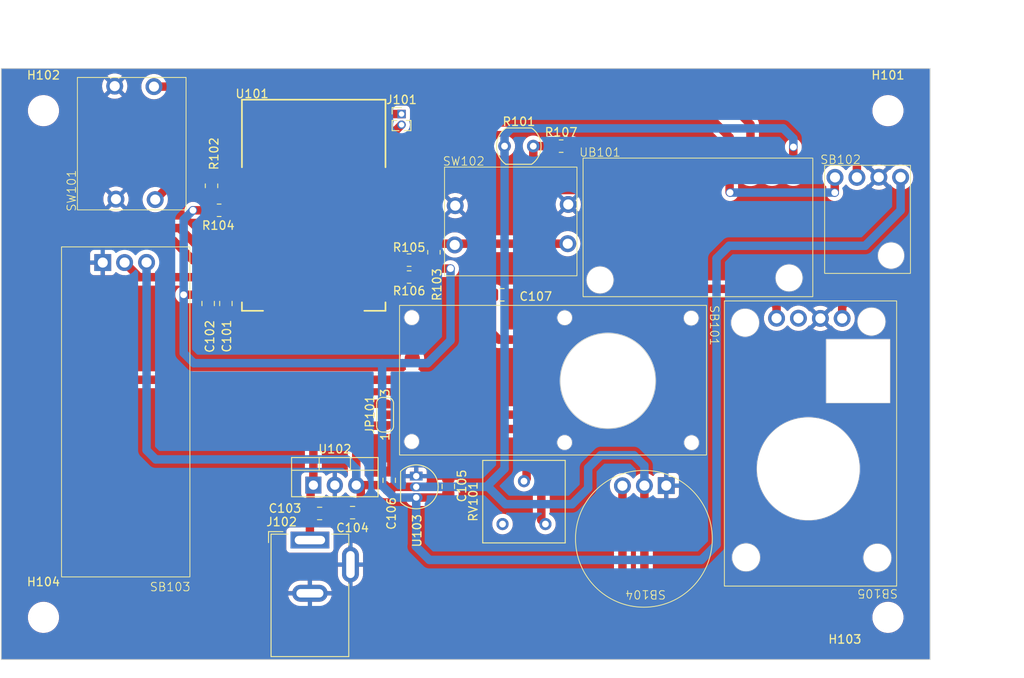
<source format=kicad_pcb>
(kicad_pcb (version 20221018) (generator pcbnew)
  (layers (0 "F.Cu" signal) (31 "B.Cu" signal) (34 "B.Paste" user) (35 "F.Paste" user) (36 "B.SilkS" user "B.Silkscreen") (37 "F.SilkS" user "F.Silkscreen") (38 "B.Mask" user) (39 "F.Mask" user) (44 "Edge.Cuts" user))
  (net 0 "")
  (net 1 "+3V3")
  (net 2 "GND")
  (net 3 "VCC")
  (net 4 "+5V")
  (net 5 "Net-(SB101-C-TM)")
  (net 6 "Net-(SB101-C-TM_GND)")
  (net 7 "Net-(J101-Pin_1)")
  (net 8 "Net-(J101-Pin_2)")
  (net 9 "Net-(UB101-A1)")
  (net 10 "Net-(SW101-A)")
  (net 11 "Net-(SW102-A)")
  (net 12 "Net-(U101-EN)")
  (net 13 "Net-(U101-GPIO2)")
  (net 14 "Net-(U101-GPIO15)")
  (net 15 "Net-(SB101-R-GN)")
  (net 16 "Net-(SB101-R-GN2)")
  (net 19 "Data_RCWL-0516")
  (net 25 "SCL")
  (net 26 "SDA")
  (net 27 "Data_DHT22")
  (net 28 "Data_SR602")
  (net 30 "Net-(SB105-A0)")
  (net 42 "Net-(JP101-C)")
  (footprint "MountingHole:MountingHole_3.2mm_M3" (layer "F.Cu") (at 108.5 69.2)
    (fp_text reference "H102" (at 0 -4.2) (layer "F.SilkS"))
    (fp_text value "MountingHole")
    (pad "" np_thru_hole circle (at 0 0) (size 3.2 3.2) (drill 3.2) (layers "*.Cu" "*.Mask"))
  )
  (footprint "Resistor_SMD:R_0805_2012Metric_Pad1.20x1.40mm_HandSolder" (layer "F.Cu") (at 129.3 81)
    (fp_text reference "R104" (at -0.1 1.8) (layer "F.SilkS"))
    (fp_text value "10k")
    (fp_line (start -0.227064 -0.735) (end 0.227064 -0.735) (stroke (width 0.12)) (layer "F.SilkS"))
    (fp_line (start -0.227064 0.735) (end 0.227064 0.735) (stroke (width 0.12)) (layer "F.SilkS"))
    (pad "1" smd roundrect (at -1 0) (size 1.2 1.4) (layers "F.Cu" "F.Paste" "F.Mask") (roundrect_rratio 0.2083333333) (net 1 "+3V3"))
    (pad "2" smd roundrect (at 1 0) (size 1.2 1.4) (layers "F.Cu" "F.Paste" "F.Mask") (roundrect_rratio 0.2083333333) (net 12 "Net-(U101-EN)"))
  )
  (footprint "Resistor_SMD:R_0805_2012Metric_Pad1.20x1.40mm_HandSolder" (layer "F.Cu") (at 151.8 88.9 180)
    (fp_text reference "R106" (at 0 -1.65) (layer "F.SilkS"))
    (fp_text value "10k")
    (fp_line (start -0.227064 -0.735) (end 0.227064 -0.735) (stroke (width 0.12)) (layer "F.SilkS"))
    (fp_line (start -0.227064 0.735) (end 0.227064 0.735) (stroke (width 0.12)) (layer "F.SilkS"))
    (pad "1" smd roundrect (at -1 0 180) (size 1.2 1.4) (layers "F.Cu" "F.Paste" "F.Mask") (roundrect_rratio 0.2083333333) (net 2 "GND"))
    (pad "2" smd roundrect (at 1 0 180) (size 1.2 1.4) (layers "F.Cu" "F.Paste" "F.Mask") (roundrect_rratio 0.2083333333) (net 14 "Net-(U101-GPIO15)"))
  )
  (footprint "switch-tht:Button" (layer "F.Cu") (at 126.685 81.535 90)
    (fp_text reference "SW101" (at 2.86 -14.86 90 unlocked) (layer "F.SilkS") (effects (font (thickness 0.1))))
    (fp_text value "Reset")
    (fp_rect (start 0.59 -14.17) (end 16.27 -1.3) (stroke (width 0.1)) (fill none) (layer "F.SilkS"))
    (pad "1" thru_hole circle (at 1.856625 -9.604495 90) (size 2 2) (drill 1.2) (layers "*.Cu" "*.Mask") (net 2 "GND"))
    (pad "2" thru_hole circle (at 15.24 -9.75 90) (size 2 2) (drill 1.2) (layers "*.Cu" "*.Mask") (net 2 "GND"))
    (pad "3" thru_hole circle (at 1.798184 -4.954476 90) (size 2 2) (drill 1.2) (layers "*.Cu" "*.Mask") (net 10 "Net-(SW101-A)"))
    (pad "4" thru_hole circle (at 15.181559 -5.099981 90) (size 2 2) (drill 1.2) (layers "*.Cu" "*.Mask") (net 10 "Net-(SW101-A)"))
  )
  (footprint "Capacitor_SMD:C_0805_2012Metric_Pad1.18x1.45mm_HandSolder" (layer "F.Cu") (at 145.1 116.8 180)
    (fp_text reference "C104" (at 0 -1.8) (layer "F.SilkS"))
    (fp_text value "10uF")
    (fp_line (start -0.261252 -0.735) (end 0.261252 -0.735) (stroke (width 0.12)) (layer "F.SilkS"))
    (fp_line (start -0.261252 0.735) (end 0.261252 0.735) (stroke (width 0.12)) (layer "F.SilkS"))
    (pad "1" smd roundrect (at -1.0375 0 180) (size 1.175 1.45) (layers "F.Cu" "F.Paste" "F.Mask") (roundrect_rratio 0.2127659574) (net 4 "+5V"))
    (pad "2" smd roundrect (at 1.0375 0 180) (size 1.175 1.45) (layers "F.Cu" "F.Paste" "F.Mask") (roundrect_rratio 0.2127659574) (net 2 "GND"))
  )
  (footprint "MountingHole:MountingHole_3.2mm_M3" (layer "F.Cu") (at 208.5 129.2)
    (fp_text reference "H103" (at -5.1 2.6) (layer "F.SilkS"))
    (fp_text value "MountingHole")
    (pad "" np_thru_hole circle (at 0 0) (size 3.2 3.2) (drill 3.2) (layers "*.Cu" "*.Mask"))
  )
  (footprint "sensoren-tht:DHT22-horizontal" (layer "F.Cu") (at 119.876816 106.259476)
    (fp_text reference "SB103" (at 3.623184 19.340524 unlocked) (layer "F.SilkS") (effects (font (thickness 0.1))))
    (fp_text value "DHT22_Board")
    (fp_rect (start -9.24 18.15) (end 5.96 -20.93) (stroke (width 0.1)) (fill none) (layer "F.SilkS"))
    (pad "1" thru_hole circle (at 0.83 -19.09) (size 2 2) (drill 1.2) (layers "*.Cu" "*.Mask") (net 4 "+5V"))
    (pad "2" thru_hole circle (at -1.77 -19.07) (size 2 2) (drill 1.2) (layers "*.Cu" "*.Mask") (net 27 "Data_DHT22"))
    (pad "3" thru_hole rect (at -4.36 -19.07) (size 2 2) (drill 1.2) (layers "*.Cu" "*.Mask") (net 2 "GND"))
  )
  (footprint "switch-tht:Button" (layer "F.Cu") (at 155.401816 90.054476)
    (fp_text reference "SW102" (at 2.86 -14.86 unlocked) (layer "F.SilkS") (effects (font (thickness 0.1))))
    (fp_text value "Prog")
    (fp_rect (start 0.59 -14.17) (end 16.27 -1.3) (stroke (width 0.1)) (fill none) (layer "F.SilkS"))
    (pad "1" thru_hole circle (at 1.856625 -9.604495) (size 2 2) (drill 1.2) (layers "*.Cu" "*.Mask") (net 2 "GND"))
    (pad "2" thru_hole circle (at 15.24 -9.75) (size 2 2) (drill 1.2) (layers "*.Cu" "*.Mask") (net 2 "GND"))
    (pad "3" thru_hole circle (at 1.798184 -4.954476) (size 2 2) (drill 1.2) (layers "*.Cu" "*.Mask") (net 11 "Net-(SW102-A)"))
    (pad "4" thru_hole circle (at 15.181559 -5.099981) (size 2 2) (drill 1.2) (layers "*.Cu" "*.Mask") (net 11 "Net-(SW102-A)"))
  )
  (footprint "Capacitor_SMD:C_0805_2012Metric_Pad1.18x1.45mm_HandSolder" (layer "F.Cu") (at 128 92.0375 -90)
    (fp_text reference "C102" (at 3.9 -0.2 90) (layer "F.SilkS"))
    (fp_text value "100uF")
    (fp_line (start -0.261252 -0.735) (end 0.261252 -0.735) (stroke (width 0.12)) (layer "F.SilkS"))
    (fp_line (start -0.261252 0.735) (end 0.261252 0.735) (stroke (width 0.12)) (layer "F.SilkS"))
    (pad "1" smd roundrect (at -1.0375 0 270) (size 1.175 1.45) (layers "F.Cu" "F.Paste" "F.Mask") (roundrect_rratio 0.2127659574) (net 1 "+3V3"))
    (pad "2" smd roundrect (at 1.0375 0 270) (size 1.175 1.45) (layers "F.Cu" "F.Paste" "F.Mask") (roundrect_rratio 0.2127659574) (net 2 "GND"))
  )
  (footprint "Package_TO_SOT_THT:TO-92_Inline" (layer "F.Cu") (at 152.64 112.475 -90)
    (fp_text reference "U103" (at 6.4625 -0.1 90) (layer "F.SilkS"))
    (fp_text value "L79L05_TO92")
    (fp_line (start -0.53 1.85) (end 3.07 1.85) (stroke (width 0.12)) (layer "F.SilkS"))
    (fp_arc (start -0.568478 1.838478) (mid -1.132087 -0.994977) (end 1.27 -2.6) (stroke (width 0.12)) (layer "F.SilkS"))
    (fp_arc (start 1.27 -2.6) (mid 3.672087 -0.994977) (end 3.108478 1.838478) (stroke (width 0.12)) (layer "F.SilkS"))
    (pad "1" thru_hole rect (at 0 0 270) (size 1.05 1.5) (drill 0.75) (layers "*.Cu" "*.Mask") (net 2 "GND"))
    (pad "2" thru_hole oval (at 1.27 0 270) (size 1.05 1.5) (drill 0.75) (layers "*.Cu" "*.Mask") (net 4 "+5V"))
    (pad "3" thru_hole oval (at 2.54 0 270) (size 1.05 1.5) (drill 0.75) (layers "*.Cu" "*.Mask") (net 1 "+3V3"))
  )
  (footprint "MountingHole:MountingHole_3.2mm_M3" (layer "F.Cu") (at 208.5 69.2)
    (fp_text reference "H101" (at 0 -4.2) (layer "F.SilkS"))
    (fp_text value "MountingHole")
    (pad "" np_thru_hole circle (at 0 0) (size 3.2 3.2) (drill 3.2) (layers "*.Cu" "*.Mask"))
  )
  (footprint "sensoren-tht:MQ-2" (layer "F.Cu") (at 210.15 90.91 180)
    (fp_text reference "SB105" (at 2.88 -35.47 180 unlocked) (layer "F.SilkS") (effects (font (thickness 0.1))))
    (fp_text value "~")
    (fp_rect (start 21.02 -34.59) (end 0.62 -0.82) (stroke (width 0.1)) (fill none) (layer "F.SilkS"))
    (fp_rect (start 8.97 -12.91) (end 1.4 -5.35) (stroke (width 0.05)) (fill none) (layer "Edge.Cuts"))
    (fp_circle (center 2.9 -31.23) (end 1.54 -32.18) (stroke (width 0.05)) (fill none) (layer "Edge.Cuts"))
    (fp_circle (center 3.6 -3.27) (end 2.24 -4.22) (stroke (width 0.05)) (fill none) (layer "Edge.Cuts"))
    (fp_circle (center 11.08 -20.7) (end 5.74 -23.64) (stroke (width 0.05)) (fill none) (layer "Edge.Cuts"))
    (fp_circle (center 18.45 -31.19) (end 17.09 -32.14) (stroke (width 0.05)) (fill none) (layer "Edge.Cuts"))
    (fp_circle (center 18.56 -3.4) (end 17.2 -4.35) (stroke (width 0.05)) (fill none) (layer "Edge.Cuts"))
    (pad "1" thru_hole circle (at 7.07 -2.89 180) (size 2 2) (drill 1.2) (layers "*.Cu" "*.Mask") (net 4 "+5V"))
    (pad "2" thru_hole circle (at 9.65 -2.89 180) (size 2 2) (drill 1.2) (layers "*.Cu" "*.Mask") (net 2 "GND"))
    (pad "3" thru_hole circle (at 12.25 -2.87 180) (size 2 2) (drill 1.2) (layers "*.Cu" "*.Mask"))
    (pad "4" thru_hole circle (at 14.84 -2.87 180) (size 2 2) (drill 1.2) (layers "*.Cu" "*.Mask") (net 30 "Net-(SB105-A0)"))
  )
  (footprint "Connector_PinHeader_1.27mm:PinHeader_1x02_P1.27mm_Vertical" (layer "F.Cu") (at 150.9 69.6)
    (fp_text reference "J101" (at 0 -1.695) (layer "F.SilkS"))
    (fp_text value "Prog_Pin")
    (fp_line (start -1.11 -0.76) (end 0 -0.76) (stroke (width 0.12)) (layer "F.SilkS"))
    (fp_line (start -1.11 0) (end -1.11 -0.76) (stroke (width 0.12)) (layer "F.SilkS"))
    (fp_line (start -1.11 0.76) (end -1.11 1.965) (stroke (width 0.12)) (layer "F.SilkS"))
    (fp_line (start -1.11 0.76) (end -0.563471 0.76) (stroke (width 0.12)) (layer "F.SilkS"))
    (fp_line (start -1.11 1.965) (end -0.30753 1.965) (stroke (width 0.12)) (layer "F.SilkS"))
    (fp_line (start 0.30753 1.965) (end 1.11 1.965) (stroke (width 0.12)) (layer "F.SilkS"))
    (fp_line (start 0.563471 0.76) (end 1.11 0.76) (stroke (width 0.12)) (layer "F.SilkS"))
    (fp_line (start 1.11 0.76) (end 1.11 1.965) (stroke (width 0.12)) (layer "F.SilkS"))
    (pad "1" thru_hole rect (at 0 0) (size 1 1) (drill 0.65) (layers "*.Cu" "*.Mask") (net 7 "Net-(J101-Pin_1)"))
    (pad "2" thru_hole oval (at 0 1.27) (size 1 1) (drill 0.65) (layers "*.Cu" "*.Mask") (net 8 "Net-(J101-Pin_2)"))
  )
  (footprint "sensoren-tht:SR602_Board" (layer "F.Cu") (at 179.6 128 180)
    (fp_text reference "SB104" (at -0.2 1.5 180 unlocked) (layer "F.SilkS") (effects (font (thickness 0.1))))
    (fp_text value "~")
    (fp_circle (center 0 8.1) (end 8.1 8.1) (stroke (width 0.1)) (fill none) (layer "F.SilkS"))
    (pad "1" thru_hole circle (at 2.54 14.38 180) (size 2 2) (drill 1.2) (layers "*.Cu" "*.Mask") (net 28 "Data_SR602"))
    (pad "2" thru_hole circle (at -0.06 14.4 180) (size 2 2) (drill 1.2) (layers "*.Cu" "*.Mask") (net 4 "+5V"))
    (pad "3" thru_hole rect (at -2.65 14.4 180) (size 2 2) (drill 1.2) (layers "*.Cu" "*.Mask") (net 2 "GND"))
  )
  (footprint "Resistor_SMD:R_0805_2012Metric_Pad1.20x1.40mm_HandSolder" (layer "F.Cu") (at 154.736816 85.969476 -90)
    (fp_text reference "R103" (at 3.830524 -0.363184 90) (layer "F.SilkS"))
    (fp_text value "10k")
    (fp_line (start -0.227064 -0.735) (end 0.227064 -0.735) (stroke (width 0.12)) (layer "F.SilkS"))
    (fp_line (start -0.227064 0.735) (end 0.227064 0.735) (stroke (width 0.12)) (layer "F.SilkS"))
    (pad "1" smd roundrect (at -1 0 270) (size 1.2 1.4) (layers "F.Cu" "F.Paste" "F.Mask") (roundrect_rratio 0.2083333333) (net 11 "Net-(SW102-A)"))
    (pad "2" smd roundrect (at 1 0 270) (size 1.2 1.4) (layers "F.Cu" "F.Paste" "F.Mask") (roundrect_rratio 0.2083333333) (net 1 "+3V3"))
  )
  (footprint "Resistor_SMD:R_0805_2012Metric_Pad1.20x1.40mm_HandSolder" (layer "F.Cu") (at 151.8 86.9)
    (fp_text reference "R105" (at 0 -1.5) (layer "F.SilkS"))
    (fp_text value "10k")
    (fp_line (start -0.227064 -0.735) (end 0.227064 -0.735) (stroke (width 0.12)) (layer "F.SilkS"))
    (fp_line (start -0.227064 0.735) (end 0.227064 0.735) (stroke (width 0.12)) (layer "F.SilkS"))
    (pad "1" smd roundrect (at -1 0) (size 1.2 1.4) (layers "F.Cu" "F.Paste" "F.Mask") (roundrect_rratio 0.2083333333) (net 13 "Net-(U101-GPIO2)"))
    (pad "2" smd roundrect (at 1 0) (size 1.2 1.4) (layers "F.Cu" "F.Paste" "F.Mask") (roundrect_rratio 0.2083333333) (net 1 "+3V3"))
  )
  (footprint "sensoren-tht:BMP180" (layer "F.Cu") (at 205.4 82.6)
    (fp_text reference "SB102" (at -2.51 -7.6 unlocked) (layer "F.SilkS") (effects (font (thickness 0.1))))
    (fp_text value "~")
    (fp_rect (start -4.397241 -6.93) (end 5.762759 5.87) (stroke (width 0.1)) (fill none) (layer "F.SilkS"))
    (fp_circle (center 3.472759 3.76) (end 4.802759 2.95) (stroke (width 0.05)) (fill none) (layer "Edge.Cuts"))
    (pad "1" thru_hole circle (at 4.6 -5.52) (size 2 2) (drill 1.2) (layers "*.Cu" "*.Mask") (net 1 "+3V3"))
    (pad "2" thru_hole circle (at 2.02 -5.52) (size 2 2) (drill 1.2) (layers "*.Cu" "*.Mask") (net 2 "GND"))
    (pad "3" thru_hole circle (at -0.58 -5.5) (size 2 2) (drill 1.2) (layers "*.Cu" "*.Mask") (net 25 "SCL"))
    (pad "4" thru_hole circle (at -3.17 -5.5) (size 2 2) (drill 1.2) (layers "*.Cu" "*.Mask") (net 26 "SDA"))
  )
  (footprint "Capacitor_SMD:C_0805_2012Metric_Pad1.18x1.45mm_HandSolder" (layer "F.Cu") (at 162.790459 91.006515)
    (fp_text reference "C107" (at 4.009541 0.193485) (layer "F.SilkS"))
    (fp_text value "8nF")
    (fp_line (start -0.261252 -0.735) (end 0.261252 -0.735) (stroke (width 0.12)) (layer "F.SilkS"))
    (fp_line (start -0.261252 0.735) (end 0.261252 0.735) (stroke (width 0.12)) (layer "F.SilkS"))
    (pad "1" smd roundrect (at -1.0375 0) (size 1.175 1.45) (layers "F.Cu" "F.Paste" "F.Mask") (roundrect_rratio 0.2127659574) (net 5 "Net-(SB101-C-TM)"))
    (pad "2" smd roundrect (at 1.0375 0) (size 1.175 1.45) (layers "F.Cu" "F.Paste" "F.Mask") (roundrect_rratio 0.2127659574) (net 6 "Net-(SB101-C-TM_GND)"))
  )
  (footprint "Potentiometer_THT:Potentiometer_Bourns_3386F_Vertical" (layer "F.Cu") (at 167.94 118.155 90)
    (fp_text reference "RV101" (at 2.655 -8.555 90) (layer "F.SilkS"))
    (fp_text value "1MR")
    (fp_line (start -2.23 -7.425) (end -2.23 2.345) (stroke (width 0.12)) (layer "F.SilkS"))
    (fp_line (start -2.23 -7.425) (end 7.54 -7.425) (stroke (width 0.12)) (layer "F.SilkS"))
    (fp_line (start -2.23 2.345) (end 7.54 2.345) (stroke (width 0.12)) (layer "F.SilkS"))
    (fp_line (start 7.54 -7.425) (end 7.54 2.345) (stroke (width 0.12)) (layer "F.SilkS"))
    (pad "1" thru_hole circle (at 0 0 90) (size 1.44 1.44) (drill 0.8) (layers "*.Cu" "*.Mask") (net 15 "Net-(SB101-R-GN)"))
    (pad "2" thru_hole circle (at 5.08 -2.54 90) (size 1.44 1.44) (drill 0.8) (layers "*.Cu" "*.Mask") (net 16 "Net-(SB101-R-GN2)"))
    (pad "3" thru_hole circle (at 0 -5.08 90) (size 1.44 1.44) (drill 0.8) (layers "*.Cu" "*.Mask"))
  )
  (footprint "Capacitor_SMD:C_0805_2012Metric_Pad1.18x1.45mm_HandSolder" (layer "F.Cu") (at 141.2 116.9)
    (fp_text reference "C103" (at -4.1 -0.6) (layer "F.SilkS"))
    (fp_text value "10uF")
    (fp_line (start -0.261252 -0.735) (end 0.261252 -0.735) (stroke (width 0.12)) (layer "F.SilkS"))
    (fp_line (start -0.261252 0.735) (end 0.261252 0.735) (stroke (width 0.12)) (layer "F.SilkS"))
    (pad "1" smd roundrect (at -1.0375 0) (size 1.175 1.45) (layers "F.Cu" "F.Paste" "F.Mask") (roundrect_rratio 0.2127659574) (net 3 "VCC"))
    (pad "2" smd roundrect (at 1.0375 0) (size 1.175 1.45) (layers "F.Cu" "F.Paste" "F.Mask") (roundrect_rratio 0.2127659574) (net 2 "GND"))
  )
  (footprint "Package_TO_SOT_THT:TO-220-3_Vertical" (layer "F.Cu") (at 140.46 113.545)
    (fp_text reference "U102" (at 2.54 -4.27) (layer "F.SilkS"))
    (fp_text value "LM7805_TO220")
    (fp_line (start -2.58 -3.27) (end -2.58 1.371) (stroke (width 0.12)) (layer "F.SilkS"))
    (fp_line (start -2.58 -3.27) (end 7.66 -3.27) (stroke (width 0.12)) (layer "F.SilkS"))
    (fp_line (start -2.58 -1.76) (end 7.66 -1.76) (stroke (width 0.12)) (layer "F.SilkS"))
    (fp_line (start -2.58 1.371) (end 7.66 1.371) (stroke (width 0.12)) (layer "F.SilkS"))
    (fp_line (start 0.69 -3.27) (end 0.69 -1.76) (stroke (width 0.12)) (layer "F.SilkS"))
    (fp_line (start 4.391 -3.27) (end 4.391 -1.76) (stroke (width 0.12)) (layer "F.SilkS"))
    (fp_line (start 7.66 -3.27) (end 7.66 1.371) (stroke (width 0.12)) (layer "F.SilkS"))
    (pad "1" thru_hole rect (at 0 0) (size 1.905 2) (drill 1.1) (layers "*.Cu" "*.Mask") (net 3 "VCC"))
    (pad "2" thru_hole oval (at 2.54 0) (size 1.905 2) (drill 1.1) (layers "*.Cu" "*.Mask") (net 2 "GND"))
    (pad "3" thru_hole oval (at 5.08 0) (size 1.905 2) (drill 1.1) (layers "*.Cu" "*.Mask") (net 4 "+5V"))
  )
  (footprint "sensoren-tht:ADC1115_Board" (layer "F.Cu") (at 185.8 84.7)
    (fp_text reference "UB101" (at -11.4 -10.56 unlocked) (layer "F.SilkS") (effects (font (thickness 0.1))))
    (fp_text value "~")
    (fp_rect (start -13.4 -9.88) (end 13.8 6.53) (stroke (width 0.1)) (fill none) (layer "F.SilkS"))
    (fp_circle (center -11.39122 4.55) (end -9.83122 4.2) (stroke (width 0.05)) (fill none) (layer "Edge.Cuts"))
    (fp_circle (center 10.99 4.31) (end 12.55 3.96) (stroke (width 0.05)) (fill none) (layer "Edge.Cuts"))
    (pad "1" smd circle (at 11.49 -8.09) (size 2 2) (layers "F.Cu" "F.Paste" "F.Mask") (net 4 "+5V"))
    (pad "2" smd circle (at 8.96 -8.09) (size 2 2) (layers "F.Cu" "F.Paste" "F.Mask") (net 2 "GND"))
    (pad "3" smd circle (at 6.42 -8.07) (size 2 2) (layers "F.Cu" "F.Paste" "F.Mask") (net 25 "SCL"))
    (pad "4" smd circle (at 3.95 -8.08) (size 2 2) (layers "F.Cu" "F.Paste" "F.Mask") (net 26 "SDA"))
    (pad "5" smd circle (at 1.39 -8.09) (size 2 2) (layers "F.Cu" "F.Paste" "F.Mask") (net 2 "GND"))
    (pad "6" smd circle (at -1.19 -8.05) (size 2 2) (layers "F.Cu" "F.Paste" "F.Mask"))
    (pad "7" smd circle (at -3.72 -8.04) (size 2 2) (layers "F.Cu" "F.Paste" "F.Mask") (net 30 "Net-(SB105-A0)"))
    (pad "8" smd circle (at -6.3 -8.04) (size 2 2) (layers "F.Cu" "F.Paste" "F.Mask") (net 9 "Net-(UB101-A1)"))
    (pad "9" smd circle (at -8.9 -8.02) (size 2 2) (layers "F.Cu" "F.Paste" "F.Mask"))
    (pad "10" smd circle (at -11.49 -8.02) (size 2 2) (layers "F.Cu" "F.Paste" "F.Mask"))
  )
  (footprint "OptoDevice:R_LDR_5.1x4.3mm_P3.4mm_Vertical" (layer "F.Cu") (at 163.1 73.4)
    (fp_text reference "R101" (at 1.7 -2.9) (layer "F.SilkS"))
    (fp_text value "LDR07")
    (fp_line (start 0.15 -2.15) (end 3.2 -2.15) (stroke (width 0.12)) (layer "F.SilkS"))
    (fp_line (start 0.15 2.15) (end 3.2 2.15) (stroke (width 0.12)) (layer "F.SilkS"))
    (fp_arc (start 0.15 2.15) (mid -0.950438 -0.013368) (end 0.171766 -2.165525) (stroke (width 0.12)) (layer "F.SilkS"))
    (fp_arc (start 3.2 -2.15) (mid 4.321403 -0.027338) (end 3.244513 2.118249) (stroke (width 0.12)) (layer "F.SilkS"))
    (pad "1" thru_hole circle (at 0 0) (size 1.5 1.5) (drill 0.8) (layers "*.Cu" "*.Mask") (net 4 "+5V"))
    (pad "2" thru_hole circle (at 3.4 0) (size 1.5 1.5) (drill 0.8) (layers "*.Cu" "*.Mask") (net 9 "Net-(UB101-A1)"))
  )
  (footprint "thu-esp-smd:ESP-12F" (layer "F.Cu") (at 140.5 80.4)
    (fp_text reference "U101" (at -7.3 -13.2) (layer "F.SilkS"))
    (fp_text value "ESP-12F")
    (fp_line (start -8.5 -12.5) (end -8.5 -4.5) (stroke (width 0.2)) (layer "F.SilkS"))
    (fp_line (start -8.5 -12.5) (end 8.5 -12.5) (stroke (width 0.2)) (layer "F.SilkS"))
    (fp_line (start -8.5 11.5) (end -8.5 12.5) (stroke (width 0.2)) (layer "F.SilkS"))
    (fp_line (start -8.5 12.5) (end -6 12.5) (stroke (width 0.2)) (layer "F.SilkS"))
    (fp_line (start 8.5 -12.5) (end 8.5 -4.5) (stroke (width 0.2)) (layer "F.SilkS"))
    (fp_line (start 8.5 12.5) (end 6 12.5) (stroke (width 0.2)) (layer "F.SilkS"))
    (fp_line (start 8.5 12.5) (end 8.5 11.5) (stroke (width 0.2)) (layer "F.SilkS"))
    (pad "1" smd rect (at -8 -3.48) (size 2 1.2) (layers "F.Cu" "F.Paste" "F.Mask") (net 10 "Net-(SW101-A)"))
    (pad "2" smd rect (at -8 -1.48) (size 2 1.2) (layers "F.Cu" "F.Paste" "F.Mask"))
    (pad "3" smd rect (at -8 0.52) (size 2 1.2) (layers "F.Cu" "F.Paste" "F.Mask") (net 12 "Net-(U101-EN)"))
    (pad "4" smd rect (at -8 2.52) (size 2 1.2) (layers "F.Cu" "F.Paste" "F.Mask"))
    (pad "5" smd rect (at -8 4.52) (size 2 1.2) (layers "F.Cu" "F.Paste" "F.Mask") (net 28 "Data_SR602"))
    (pad "6" smd rect (at -8 6.52) (size 2 1.2) (layers "F.Cu" "F.Paste" "F.Mask") (net 19 "Data_RCWL-0516"))
    (pad "7" smd rect (at -8 8.52) (size 2 1.2) (layers "F.Cu" "F.Paste" "F.Mask") (net 27 "Data_DHT22"))
    (pad "8" smd rect (at -8 10.52) (size 2 1.2) (layers "F.Cu" "F.Paste" "F.Mask") (net 1 "+3V3"))
    (pad "9" smd rect (at -5 12 90) (size 2 1.2) (layers "F.Cu" "F.Paste" "F.Mask"))
    (pad "10" smd rect (at -3 12 90) (size 2 1.2) (layers "F.Cu" "F.Paste" "F.Mask"))
    (pad "11" smd rect (at -1 12 90) (size 2 1.2) (layers "F.Cu" "F.Paste" "F.Mask"))
    (pad "12" smd rect (at 1 12 90) (size 2 1.2) (layers "F.Cu" "F.Paste" "F.Mask"))
    (pad "13" smd rect (at 3 12 90) (size 2 1.2) (layers "F.Cu" "F.Paste" "F.Mask"))
    (pad "14" smd rect (at 5 12 90) (size 2 1.2) (layers "F.Cu" "F.Paste" "F.Mask"))
    (pad "15" smd rect (at 8 10.52) (size 2 1.2) (layers "F.Cu" "F.Paste" "F.Mask") (net 2 "GND"))
    (pad "16" smd rect (at 8 8.52) (size 2 1.2) (layers "F.Cu" "F.Paste" "F.Mask") (net 14 "Net-(U101-GPIO15)"))
    (pad "17" smd rect (at 8 6.52) (size 2 1.2) (layers "F.Cu" "F.Paste" "F.Mask") (net 13 "Net-(U101-GPIO2)"))
    (pad "18" smd rect (at 8 4.52) (size 2 1.2) (layers "F.Cu" "F.Paste" "F.Mask") (net 11 "Net-(SW102-A)"))
    (pad "19" smd rect (at 8 2.52) (size 2 1.2) (layers "F.Cu" "F.Paste" "F.Mask") (net 26 "SDA"))
    (pad "20" smd rect (at 8 0.52) (size 2 1.2) (layers "F.Cu" "F.Paste" "F.Mask") (net 25 "SCL"))
    (pad "21" smd rect (at 8 -1.48) (size 2 1.2) (layers "F.Cu" "F.Paste" "F.Mask") (net 7 "Net-(J101-Pin_1)"))
    (pad "22" smd rect (at 8 -3.48) (size 2 1.2) (layers "F.Cu" "F.Paste" "F.Mask") (net 8 "Net-(J101-Pin_2)"))
  )
  (footprint "Capacitor_SMD:C_0805_2012Metric_Pad1.18x1.45mm_HandSolder" (layer "F.Cu") (at 130.1 92.0375 -90)
    (fp_text reference "C101" (at 3.8625 -0.1 90) (layer "F.SilkS"))
    (fp_text value "10uF")
    (fp_line (start -0.261252 -0.735) (end 0.261252 -0.735) (stroke (width 0.12)) (layer "F.SilkS"))
    (fp_line (start -0.261252 0.735) (end 0.261252 0.735) (stroke (width 0.12)) (layer "F.SilkS"))
    (pad "1" smd roundrect (at -1.0375 0 270) (size 1.175 1.45) (layers "F.Cu" "F.Paste" "F.Mask") (roundrect_rratio 0.2127659574) (net 1 "+3V3"))
    (pad "2" smd roundrect (at 1.0375 0 270) (size 1.175 1.45) (layers "F.Cu" "F.Paste" "F.Mask") (roundrect_rratio 0.2127659574) (net 2 "GND"))
  )
  (footprint "MountingHole:MountingHole_3.2mm_M3" (layer "F.Cu") (at 108.5 129.2)
    (fp_text reference "H104" (at 0 -4.2) (layer "F.SilkS"))
    (fp_text value "MountingHole")
    (pad "" np_thru_hole circle (at 0 0) (size 3.2 3.2) (drill 3.2) (layers "*.Cu" "*.Mask"))
  )
  (footprint "Connector_BarrelJack:BarrelJack_GCT_DCJ200-10-A_Horizontal" (layer "F.Cu") (at 140.05 120.05)
    (fp_text reference "J102" (at -3.35 -2.15) (layer "F.SilkS"))
    (fp_text value "Barrel_Jack_MountingPin")
    (fp_line (start -4.9 -1) (end -4.9 0.3) (stroke (width 0.12)) (layer "F.SilkS"))
    (fp_line (start -4.6 -0.7) (end -2.6 -0.7) (stroke (width 0.12)) (layer "F.SilkS"))
    (fp_line (start -4.6 13.8) (end -4.6 -0.7) (stroke (width 0.12)) (layer "F.SilkS"))
    (fp_line (start -3.2 -1) (end -4.9 -1) (stroke (width 0.12)) (layer "F.SilkS"))
    (fp_line (start 2.6 -0.7) (end 4.6 -0.7) (stroke (width 0.12)) (layer "F.SilkS"))
    (fp_line (start 4.6 -0.7) (end 4.6 0.6) (stroke (width 0.12)) (layer "F.SilkS"))
    (fp_line (start 4.6 5.2) (end 4.6 13.8) (stroke (width 0.12)) (layer "F.SilkS"))
    (fp_line (start 4.6 13.8) (end -4.6 13.8) (stroke (width 0.12)) (layer "F.SilkS"))
    (pad "1" thru_hole rect (at 0 0) (size 4.6 2) (drill oval 3.6 1) (layers "*.Cu" "*.Mask") (net 3 "VCC"))
    (pad "2" thru_hole oval (at 0 6.3) (size 4.2 2) (drill oval 3.2 1) (layers "*.Cu" "*.Mask") (net 2 "GND"))
    (pad "3" thru_hole oval (at 4.8 2.9) (size 2 4.2) (drill oval 1 3.2) (layers "*.Cu" "*.Mask") (net 2 "GND"))
  )
  (footprint "sensoren-tht:RCWL-0516" (layer "F.Cu") (at 150.619033 92.261685 -90)
    (fp_text reference "SB101" (at 2.37 -37.32 -90 unlocked) (layer "F.SilkS") (effects (font (thickness 0.1))))
    (fp_text value "~")
    (fp_rect (start 17.71483 -36.393926) (end -0.00517 -0.043926) (stroke (width 0.1)) (fill none) (layer "F.SilkS"))
    (fp_circle (center 1.44483 -1.493926) (end 0.58483 -1.333926) (stroke (width 0.05)) (fill none) (layer "Edge.Cuts"))
    (fp_circle (center 1.46483 -19.603926) (end 0.60483 -19.443926) (stroke (width 0.05)) (fill none) (layer "Edge.Cuts"))
    (fp_circle (center 1.50483 -34.583926) (end 0.64483 -34.423926) (stroke (width 0.05)) (fill none) (layer "Edge.Cuts"))
    (fp_circle (center 8.93 -24.71915) (end 14.57915 -24.71915) (stroke (width 0.1)) (fill none) (layer "Edge.Cuts"))
    (fp_circle (center 16.12483 -1.483926) (end 15.26483 -1.323926) (stroke (width 0.05)) (fill none) (layer "Edge.Cuts"))
    (fp_circle (center 16.23483 -19.593926) (end 15.37483 -19.433926) (stroke (width 0.05)) (fill none) (layer "Edge.Cuts"))
    (fp_circle (center 16.25483 -34.623926) (end 15.39483 -34.463926) (stroke (width 0.05)) (fill none) (layer "Edge.Cuts"))
    (pad "1" smd circle (at 13.92483 -1.523926 270) (size 1.8 1.8) (layers "F.Cu" "F.Paste" "F.Mask"))
    (pad "2" smd circle (at 11.34483 -1.533926 270) (size 1.8 1.8) (layers "F.Cu" "F.Paste" "F.Mask") (net 42 "Net-(JP101-C)"))
    (pad "3" smd circle (at 8.80483 -1.533926 270) (size 1.8 1.8) (layers "F.Cu" "F.Paste" "F.Mask") (net 19 "Data_RCWL-0516"))
    (pad "4" smd circle (at 6.26483 -1.553926 270) (size 1.8 1.8) (layers "F.Cu" "F.Paste" "F.Mask") (net 2 "GND"))
    (pad "5" smd circle (at 3.71483 -1.553926 270) (size 1.8 1.8) (layers "F.Cu" "F.Paste" "F.Mask"))
    (pad "6" smd circle (at 12.23483 -33.683926 270) (size 1.524 1.524) (layers "F.Cu" "F.Paste" "F.Mask"))
    (pad "7" smd circle (at 14.75483 -31.153926 270) (size 1.524 1.524) (layers "F.Cu" "F.Paste" "F.Mask"))
    (pad "8" smd rect (at 4.05 -13.26 270) (size 1 1) (layers "F.Cu" "F.Paste" "F.Mask") (net 5 "Net-(SB101-C-TM)"))
    (pad "9" smd rect (at 2.34608 -13.263271 270) (size 1 1) (layers "F.Cu" "F.Paste" "F.Mask") (net 6 "Net-(SB101-C-TM_GND)"))
    (pad "10" smd rect (at 14.640699 -13.218809 270) (size 1 1) (layers "F.Cu" "F.Paste" "F.Mask"))
    (pad "11" smd rect (at 12.938315 -13.180967 270) (size 1 1) (layers "F.Cu" "F.Paste" "F.Mask"))
    (pad "12" smd rect (at 7.166465 -16.83255 270) (size 1 1) (layers "F.Cu" "F.Paste" "F.Mask") (net 15 "Net-(SB101-R-GN)"))
    (pad "13" smd rect (at 7.152241 -15.090158 270) (size 1 1) (layers "F.Cu" "F.Paste" "F.Mask") (net 16 "Net-(SB101-R-GN2)"))
  )
  (footprint "Jumper:SolderJumper-3_P1.3mm_Open_RoundedPad1.0x1.5mm_NumberLabels" (layer "F.Cu") (at 148.952959 105.206515 90)
    (fp_text reference "JP101" (at 0 -1.8 90) (layer "F.SilkS"))
    (fp_text value "Power 5/12V")
    (fp_text user "1" (at -2.6 0 90) (layer "F.SilkS"))
    (fp_text user "3" (at 2.6 0 90) (layer "F.SilkS"))
    (fp_line (start -2.05 0.3) (end -2.05 -0.3) (stroke (width 0.12)) (layer "F.SilkS"))
    (fp_line (start -1.4 -1) (end 1.4 -1) (stroke (width 0.12)) (layer "F.SilkS"))
    (fp_line (start 1.4 1) (end -1.4 1) (stroke (width 0.12)) (layer "F.SilkS"))
    (fp_line (start 2.05 -0.3) (end 2.05 0.3) (stroke (width 0.12)) (layer "F.SilkS"))
    (fp_arc (start -2.05 -0.3) (mid -1.844975 -0.794975) (end -1.35 -1) (stroke (width 0.12)) (layer "F.SilkS"))
    (fp_arc (start -1.35 1) (mid -1.844975 0.794975) (end -2.05 0.3) (stroke (width 0.12)) (layer "F.SilkS"))
    (fp_arc (start 1.35 -1) (mid 1.844975 -0.794975) (end 2.05 -0.3) (stroke (width 0.12)) (layer "F.SilkS"))
    (fp_arc (start 2.05 0.3) (mid 1.844975 0.794975) (end 1.35 1) (stroke (width 0.12)) (layer "F.SilkS"))
    (pad "1" smd custom (at -1.3 0 90) (size 1 0.5) (layers "F.Cu" "F.Mask") (net 4 "+5V") (options (clearance outline) (anchor rect)) (primitives (gr_circle (center 0 0.25) (end 0.5 0.25) (width 0) (fill yes)) (gr_circle (center 0 -0.25) (end 0.5 -0.25) (width 0) (fill yes)) (gr_poly (pts (xy 0.55 0.75) (xy 0 0.75) (xy 0 -0.75) (xy 0.55 -0.75)) (width 0) (fill yes))))
    (pad "2" smd rect (at 0 0 90) (size 1 1.5) (layers "F.Cu" "F.Mask") (net 42 "Net-(JP101-C)"))
    (pad "3" smd custom (at 1.3 0 90) (size 1 0.5) (layers "F.Cu" "F.Mask") (net 3 "VCC") (options (clearance outline) (anchor rect)) (primitives (gr_circle (center 0 0.25) (end 0.5 0.25) (width 0) (fill yes)) (gr_circle (center 0 -0.25) (end 0.5 -0.25) (width 0) (fill yes)) (gr_poly (pts (xy 0 0.75) (xy -0.55 0.75) (xy -0.55 -0.75) (xy 0 -0.75)) (width 0) (fill yes))))
  )
  (footprint "Resistor_SMD:R_0805_2012Metric_Pad1.20x1.40mm_HandSolder" (layer "F.Cu") (at 169.8 73.4)
    (fp_text reference "R107" (at 0 -1.65) (layer "F.SilkS"))
    (fp_text value "10k")
    (fp_line (start -0.227064 -0.735) (end 0.227064 -0.735) (stroke (width 0.12)) (layer "F.SilkS"))
    (fp_line (start -0.227064 0.735) (end 0.227064 0.735) (stroke (width 0.12)) (layer "F.SilkS"))
    (pad "1" smd roundrect (at -1 0) (size 1.2 1.4) (layers "F.Cu" "F.Paste" "F.Mask") (roundrect_rratio 0.2083333333) (net 9 "Net-(UB101-A1)"))
    (pad "2" smd roundrect (at 1 0) (size 1.2 1.4) (layers "F.Cu" "F.Paste" "F.Mask") (roundrect_rratio 0.2083333333) (net 2 "GND"))
  )
  (footprint "Capacitor_SMD:C_0805_2012Metric_Pad1.18x1.45mm_HandSolder" (layer "F.Cu") (at 149.44 112.975 90)
    (fp_text reference "C106" (at -3.925 0.26 270) (layer "F.SilkS"))
    (fp_text value "10uF")
    (fp_line (start -0.261252 -0.735) (end 0.261252 -0.735) (stroke (width 0.12)) (layer "F.SilkS"))
    (fp_line (start -0.261252 0.735) (end 0.261252 0.735) (stroke (width 0.12)) (layer "F.SilkS"))
    (pad "1" smd roundrect (at -1.0375 0 90) (size 1.175 1.45) (layers "F.Cu" "F.Paste" "F.Mask") (roundrect_rratio 0.2127659574) (net 4 "+5V"))
    (pad "2" smd roundrect (at 1.0375 0 90) (size 1.175 1.45) (layers "F.Cu" "F.Paste" "F.Mask") (roundrect_rratio 0.2127659574) (net 2 "GND"))
  )
  (footprint "Resistor_SMD:R_0805_2012Metric_Pad1.20x1.40mm_HandSolder" (layer "F.Cu") (at 128.4 78.1 -90)
    (fp_text reference "R102" (at -3.8 -0.3 90) (layer "F.SilkS"))
    (fp_text value "10k")
    (fp_line (start -0.227064 -0.735) (end 0.227064 -0.735) (stroke (width 0.12)) (layer "F.SilkS"))
    (fp_line (start -0.227064 0.735) (end 0.227064 0.735) (stroke (width 0.12)) (layer "F.SilkS"))
    (pad "1" smd roundrect (at -1 0 270) (size 1.2 1.4) (layers "F.Cu" "F.Paste" "F.Mask") (roundrect_rratio 0.2083333333) (net 10 "Net-(SW101-A)"))
    (pad "2" smd roundrect (at 1 0 270) (size 1.2 1.4) (layers "F.Cu" "F.Paste" "F.Mask") (roundrect_rratio 0.2083333333) (net 1 "+3V3"))
  )
  (footprint "Capacitor_SMD:C_0805_2012Metric_Pad1.18x1.45mm_HandSolder" (layer "F.Cu") (at 156.44 113.7 90)
    (fp_text reference "C105" (at 0.0625 1.6 90) (layer "F.SilkS"))
    (fp_text value "10uF")
    (fp_line (start -0.261252 -0.735) (end 0.261252 -0.735) (stroke (width 0.12)) (layer "F.SilkS"))
    (fp_line (start -0.261252 0.735) (end 0.261252 0.735) (stroke (width 0.12)) (layer "F.SilkS"))
    (pad "1" smd roundrect (at -1.0375 0 90) (size 1.175 1.45) (layers "F.Cu" "F.Paste" "F.Mask") (roundrect_rratio 0.2127659574) (net 1 "+3V3"))
    (pad "2" smd roundrect (at 1.0375 0 90) (size 1.175 1.45) (layers "F.Cu" "F.Paste" "F.Mask") (roundrect_rratio 0.2127659574) (net 2 "GND"))
  )
  (gr_rect (start 103.5 64.2) (end 213.5 134.2) (stroke (width 0.1)) (fill none) (layer "Edge.Cuts"))
  (segment (start 155.66734 87.9) (end 154.736816 86.969476) (width 1) (layer "F.Cu") (net 1))
  (segment (start 132.5 90.92) (end 130.18 90.92) (width 1) (layer "F.Cu") (net 1))
  (segment (start 130.1 91) (end 128 91) (width 1) (layer "F.Cu") (net 1))
  (segment (start 156.7 87.9) (end 155.66734 87.9) (width 1) (layer "F.Cu") (net 1))
  (segment (start 156.44 114.7375) (end 156.1625 115.015) (width 1) (layer "F.Cu") (net 1))
  (segment (start 128.4 79.1) (end 128.4 80.9) (width 1) (layer "F.Cu") (net 1))
  (segment (start 128.4 80.9) (end 128.3 81) (width 1) (layer "F.Cu") (net 1))
  (segment (start 126.2 81) (end 128.3 81) (width 1) (layer "F.Cu") (net 1))
  (segment (start 130.18 90.92) (end 130.1 91) (width 1) (layer "F.Cu") (net 1))
  (segment (start 125.1 91) (end 128 91) (width 1) (layer "F.Cu") (net 1))
  (segment (start 152.869476 86.969476) (end 152.8 86.9) (width 1) (layer "F.Cu") (net 1))
  (segment (start 156.1625 115.015) (end 152.64 115.015) (width 1) (layer "F.Cu") (net 1))
  (segment (start 154.736816 86.969476) (end 152.869476 86.969476) (width 1) (layer "F.Cu") (net 1))
  (via (at 156.7 87.9) (size 1) (drill 0.8) (layers "F.Cu" "B.Cu") (net 1))
  (via (at 125.1 91) (size 1) (drill 0.8) (layers "F.Cu" "B.Cu") (net 1))
  (via (at 126.2 81) (size 1) (drill 0.8) (layers "F.Cu" "B.Cu") (net 1))
  (segment (start 210 81) (end 205.8 85.2) (width 1) (layer "B.Cu") (net 1))
  (segment (start 148.6 99.1) (end 154 99.1) (width 1) (layer "B.Cu") (net 1))
  (segment (start 152.6 120.8) (end 152.64 120.76) (width 1) (layer "B.Cu") (net 1))
  (segment (start 125.1 82.1) (end 126.2 81) (width 1) (layer "B.Cu") (net 1))
  (segment (start 188.2 86.7) (end 188.2 120.6) (width 1) (layer "B.Cu") (net 1))
  (segment (start 149.3 114.3) (end 148.6 113.6) (width 1) (layer "B.Cu") (net 1))
  (segment (start 126.3 99.1) (end 125.1 97.9) (width 1) (layer "B.Cu") (net 1))
  (segment (start 152.64 120.76) (end 152.64 115.015) (width 1) (layer "B.Cu") (net 1))
  (segment (start 148.6 99.1) (end 126.3 99.1) (width 1) (layer "B.Cu") (net 1))
  (segment (start 154.8 98.3) (end 156.7 96.4) (width 1) (layer "B.Cu") (net 1))
  (segment (start 210 77.08) (end 210 81) (width 1) (layer "B.Cu") (net 1))
  (segment (start 186.4 122.4) (end 154.2 122.4) (width 1) (layer "B.Cu") (net 1))
  (segment (start 125.1 97.9) (end 125.1 91) (width 1) (layer "B.Cu") (net 1))
  (segment (start 156.7 96.4) (end 156.7 87.9) (width 1) (layer "B.Cu") (net 1))
  (segment (start 150.015 115.015) (end 149.3 114.3) (width 1) (layer "B.Cu") (net 1))
  (segment (start 154.2 122.4) (end 152.6 120.8) (width 1) (layer "B.Cu") (net 1))
  (segment (start 154 99.1) (end 154.8 98.3) (width 1) (layer "B.Cu") (net 1))
  (segment (start 152.64 115.015) (end 150.015 115.015) (width 1) (layer "B.Cu") (net 1))
  (segment (start 205.8 85.2) (end 189.7 85.2) (width 1) (layer "B.Cu") (net 1))
  (segment (start 148.6 113.6) (end 148.6 99.1) (width 1) (layer "B.Cu") (net 1))
  (segment (start 125.1 91) (end 125.1 82.1) (width 1) (layer "B.Cu") (net 1))
  (segment (start 188.2 120.6) (end 186.4 122.4) (width 1) (layer "B.Cu") (net 1))
  (segment (start 189.7 85.2) (end 188.2 86.7) (width 1) (layer "B.Cu") (net 1))
  (segment (start 140.1275 116.145) (end 140.1275 113.8775) (width 1) (layer "F.Cu") (net 3))
  (segment (start 140.05 116.2225) (end 140.1275 116.145) (width 1) (layer "F.Cu") (net 3))
  (segment (start 141.993485 103.906515) (end 140.46 105.44) (width 1) (layer "F.Cu") (net 3))
  (segment (start 140.05 120.05) (end 140.05 116.2225) (width 1) (layer "F.Cu") (net 3))
  (segment (start 140.1275 113.8775) (end 140.46 113.545) (width 1) (layer "F.Cu") (net 3))
  (segment (start 148.952959 103.906515) (end 141.993485 103.906515) (width 1) (layer "F.Cu") (net 3))
  (segment (start 140.46 105.44) (end 140.46 113.545) (width 1) (layer "F.Cu") (net 3))
  (segment (start 209.4 90.8) (end 204.6 90.8) (width 1) (layer "F.Cu") (net 4))
  (segment (start 210.7 123) (end 210.7 92.1) (width 1) (layer "F.Cu") (net 4))
  (segment (start 210.7 92.1) (end 209.4 90.8) (width 1) (layer "F.Cu") (net 4))
  (segment (start 145.54 107.96) (end 145.54 113.545) (width 1) (layer "F.Cu") (net 4))
  (segment (start 148.952959 106.506515) (end 146.993485 106.506515) (width 1) (layer "F.Cu") (net 4))
  (segment (start 149.44 114.0125) (end 149.7075 113.745) (width 1) (layer "F.Cu") (net 4))
  (segment (start 146.993485 106.506515) (end 145.54 107.96) (width 1) (layer "F.Cu") (net 4))
  (segment (start 148.9725 113.545) (end 149.44 114.0125) (width 1) (layer "F.Cu") (net 4))
  (segment (start 203.08 92.32) (end 203.08 93.8) (width 1) (layer "F.Cu") (net 4))
  (segment (start 146.0775 114.0825) (end 145.54 113.545) (width 1) (layer "F.Cu") (net 4))
  (segment (start 179.66 113.6) (end 179.66 124.56) (width 1) (layer "F.Cu") (net 4))
  (segment (start 146.0775 116.145) (end 146.0775 114.0825) (width 1) (layer "F.Cu") (net 4))
  (segment (start 197.29 73.51) (end 197.3 73.5) (width 1) (layer "F.Cu") (net 4))
  (segment (start 145.54 113.545) (end 148.9725 113.545) (width 1) (layer "F.Cu") (net 4))
  (segment (start 204.6 90.8) (end 203.08 92.32) (width 1) (layer "F.Cu") (net 4))
  (segment (start 149.7075 113.745) (end 152.64 113.745) (width 1) (layer "F.Cu") (net 4))
  (segment (start 197.29 76.61) (end 197.29 73.51) (width 1) (layer "F.Cu") (net 4))
  (segment (start 181.4 126.3) (end 207.4 126.3) (width 1) (layer "F.Cu") (net 4))
  (segment (start 207.4 126.3) (end 210.7 123) (width 1) (layer "F.Cu") (net 4))
  (segment (start 179.66 124.56) (end 181.4 126.3) (width 1) (layer "F.Cu") (net 4))
  (via (at 197.3 73.5) (size 1) (drill 0.8) (layers "F.Cu" "B.Cu") (net 4))
  (segment (start 174.5 110) (end 178.4 110) (width 1) (layer "B.Cu") (net 4))
  (segment (start 178.4 110) (end 179.64 111.24) (width 1) (layer "B.Cu") (net 4))
  (segment (start 145.54 111.64) (end 145.54 113.545) (width 1) (layer "B.Cu") (net 4))
  (segment (start 161.145 113.745) (end 163.2 115.8) (width 1) (layer "B.Cu") (net 4))
  (segment (start 163.9 71.3) (end 163.1 72.1) (width 1) (layer "B.Cu") (net 4))
  (segment (start 197.3 72.5) (end 196.1 71.3) (width 1) (layer "B.Cu") (net 4))
  (segment (start 120.706816 87.169476) (end 120.706816 109.406816) (width 1) (layer "B.Cu") (net 4))
  (segment (start 179.66 111.24) (end 179.66 113.6) (width 1) (layer "B.Cu") (net 4))
  (segment (start 163.2 115.8) (end 171.1 115.8) (width 1) (layer "B.Cu") (net 4))
  (segment (start 163.1 72.1) (end 163.1 73.4) (width 1) (layer "B.Cu") (net 4))
  (segment (start 179.64 111.24) (end 179.66 111.24) (width 1) (layer "B.Cu") (net 4))
  (segment (start 196.1 71.3) (end 163.9 71.3) (width 1) (layer "B.Cu") (net 4))
  (segment (start 160.955 113.745) (end 152.64 113.745) (width 1) (layer "B.Cu") (net 4))
  (segment (start 120.706816 109.406816) (end 121.8 110.5) (width 1) (layer "B.Cu") (net 4))
  (segment (start 173 111.5) (end 174.5 110) (width 1) (layer "B.Cu") (net 4))
  (segment (start 163.1 73.4) (end 163.1 111.6) (width 1) (layer "B.Cu") (net 4))
  (segment (start 163.1 111.6) (end 160.955 113.745) (width 1) (layer "B.Cu") (net 4))
  (segment (start 152.64 113.745) (end 161.145 113.745) (width 1) (layer "B.Cu") (net 4))
  (segment (start 144.4 110.5) (end 145.54 111.64) (width 1) (layer "B.Cu") (net 4))
  (segment (start 173 113.9) (end 173 111.5) (width 1) (layer "B.Cu") (net 4))
  (segment (start 171.1 115.8) (end 173 113.9) (width 1) (layer "B.Cu") (net 4))
  (segment (start 197.3 73.5) (end 197.3 72.5) (width 1) (layer "B.Cu") (net 4))
  (segment (start 121.8 110.5) (end 144.4 110.5) (width 1) (layer "B.Cu") (net 4))
  (segment (start 161.6 91.159474) (end 161.752959 91.006515) (width 1) (layer "F.Cu") (net 5))
  (segment (start 161.6 95.5) (end 161.6 91.159474) (width 1) (layer "F.Cu") (net 5))
  (segment (start 163.879033 96.311685) (end 162.411685 96.311685) (width 1) (layer "F.Cu") (net 5))
  (segment (start 162.411685 96.311685) (end 161.6 95.5) (width 1) (layer "F.Cu") (net 5))
  (segment (start 163.827959 94.55342) (end 163.882304 94.607765) (width 1) (layer "F.Cu") (net 6))
  (segment (start 163.827959 91.006515) (end 163.827959 94.55342) (width 1) (layer "F.Cu") (net 6))
  (segment (start 146.1 70.8) (end 147.3 69.6) (width 1) (layer "F.Cu") (net 7))
  (segment (start 147.3 69.6) (end 150.9 69.6) (width 1) (layer "F.Cu") (net 7))
  (segment (start 146.1 77.52) (end 146.1 70.8) (width 1) (layer "F.Cu") (net 7))
  (segment (start 148.5 78.92) (end 147.5 78.92) (width 1) (layer "F.Cu") (net 7))
  (segment (start 147.5 78.92) (end 146.1 77.52) (width 1) (layer "F.Cu") (net 7))
  (segment (start 148.5 73.27) (end 150.9 70.87) (width 1) (layer "F.Cu") (net 8))
  (segment (start 148.5 76.92) (end 148.5 73.27) (width 1) (layer "F.Cu") (net 8))
  (segment (start 179.5 78.3) (end 179.2 78.6) (width 1) (layer "F.Cu") (net 9))
  (segment (start 167.9 78.6) (end 166.5 77.2) (width 1) (layer "F.Cu") (net 9))
  (segment (start 179.2 78.6) (end 167.9 78.6) (width 1) (layer "F.Cu") (net 9))
  (segment (start 166.5 73.4) (end 168.8 73.4) (width 1) (layer "F.Cu") (net 9))
  (segment (start 179.5 76.66) (end 179.5 78.3) (width 1) (layer "F.Cu") (net 9))
  (segment (start 166.5 77.2) (end 166.5 73.4) (width 1) (layer "F.Cu") (net 9))
  (segment (start 132.32 77.1) (end 132.5 76.92) (width 1) (layer "F.Cu") (net 10))
  (segment (start 128.4 77.1) (end 124.36734 77.1) (width 1) (layer "F.Cu") (net 10))
  (segment (start 124.36734 77.1) (end 121.730524 79.736816) (width 1) (layer "F.Cu") (net 10))
  (segment (start 128.4 77.1) (end 132.32 77.1) (width 1) (layer "F.Cu") (net 10))
  (segment (start 128.4 69.1) (end 125.653441 66.353441) (width 1) (layer "F.Cu") (net 10))
  (segment (start 128.4 77.1) (end 128.4 69.1) (width 1) (layer "F.Cu") (net 10))
  (segment (start 125.653441 66.353441) (end 121.585019 66.353441) (width 1) (layer "F.Cu") (net 10))
  (segment (start 148.549476 84.969476) (end 148.5 84.92) (width 1) (layer "F.Cu") (net 11))
  (segment (start 170.583375 84.954495) (end 154.751797 84.954495) (width 1) (layer "F.Cu") (net 11))
  (segment (start 154.751797 84.954495) (end 154.736816 84.969476) (width 1) (layer "F.Cu") (net 11))
  (segment (start 154.736816 84.969476) (end 148.549476 84.969476) (width 1) (layer "F.Cu") (net 11))
  (segment (start 132.42 81) (end 132.5 80.92) (width 1) (layer "F.Cu") (net 12))
  (segment (start 130.3 81) (end 132.42 81) (width 1) (layer "F.Cu") (net 12))
  (segment (start 150.8 86.9) (end 148.52 86.9) (width 1) (layer "F.Cu") (net 13))
  (segment (start 148.52 86.9) (end 148.5 86.92) (width 1) (layer "F.Cu") (net 13))
  (segment (start 150.8 88.9) (end 148.52 88.9) (width 1) (layer "F.Cu") (net 14))
  (segment (start 148.52 88.9) (end 148.5 88.92) (width 1) (layer "F.Cu") (net 14))
  (segment (start 167.451583 99.42815) (end 167.451583 117.666583) (width 1) (layer "F.Cu") (net 15))
  (segment (start 167.451583 117.666583) (end 167.94 118.155) (width 1) (layer "F.Cu") (net 15))
  (segment (start 165.709191 99.413926) (end 165.709191 112.765809) (width 1) (layer "F.Cu") (net 16))
  (segment (start 165.709191 112.765809) (end 165.4 113.075) (width 1) (layer "F.Cu") (net 16))
  (segment (start 123.9 84.6) (end 126.22 86.92) (width 1) (layer "F.Cu") (net 19))
  (segment (start 126.22 86.92) (end 132.5 86.92) (width 1) (layer "F.Cu") (net 19))
  (segment (start 152.152959 101.066515) (end 113.366515 101.066515) (width 1) (layer "F.Cu") (net 19))
  (segment (start 112.4 100.1) (end 112.4 85.8) (width 1) (layer "F.Cu") (net 19))
  (segment (start 113.366515 101.066515) (end 112.4 100.1) (width 1) (layer "F.Cu") (net 19))
  (segment (start 112.4 85.8) (end 113.6 84.6) (width 1) (layer "F.Cu") (net 19))
  (segment (start 113.6 84.6) (end 123.9 84.6) (width 1) (layer "F.Cu") (net 19))
  (segment (start 153.4 79.7) (end 153.4 71.3) (width 1) (layer "F.Cu") (net 25))
  (segment (start 190.5 69.1) (end 192.22 70.82) (width 1) (layer "F.Cu") (net 25))
  (segment (start 204.82 71.62) (end 204.82 77.1) (width 1) (layer "F.Cu") (net 25))
  (segment (start 192.22 70.82) (end 192.22 76.63) (width 1) (layer "F.Cu") (net 25))
  (segment (start 148.5 80.92) (end 152.18 80.92) (width 1) (layer "F.Cu") (net 25))
  (segment (start 190.5 69.1) (end 202.3 69.1) (width 1) (layer "F.Cu") (net 25))
  (segment (start 152.18 80.92) (end 153.4 79.7) (width 1) (layer "F.Cu") (net 25))
  (segment (start 153.4 71.3) (end 155.6 69.1) (width 1) (layer "F.Cu") (net 25))
  (segment (start 155.6 69.1) (end 190.5 69.1) (width 1) (layer "F.Cu") (net 25))
  (segment (start 202.3 69.1) (end 204.82 71.62) (width 1) (layer "F.Cu") (net 25))
  (segment (start 156.7 70.6) (end 188 70.6) (width 1) (layer "F.Cu") (net 26))
  (segment (start 189.75 72.35) (end 189.75 76.62) (width 1) (layer "F.Cu") (net 26))
  (segment (start 189.75 78.85) (end 189.8 78.9) (width 1) (layer "F.Cu") (net 26))
  (segment (start 188 70.6) (end 189.75 72.35) (width 1) (layer "F.Cu") (net 26))
  (segment (start 153.38 82.92) (end 154.8 81.5) (width 1) (layer "F.Cu") (net 26))
  (segment (start 148.5 82.92) (end 153.38 82.92) (width 1) (layer "F.Cu") (net 26))
  (segment (start 154.8 81.5) (end 154.8 72.5) (width 1) (layer "F.Cu") (net 26))
  (segment (start 202.2 78.9) (end 202.2 77.13) (width 1) (layer "F.Cu") (net 26))
  (segment (start 154.8 72.5) (end 156.7 70.6) (width 1) (layer "F.Cu") (net 26))
  (segment (start 189.75 76.62) (end 189.75 78.85) (width 1) (layer "F.Cu") (net 26))
  (segment (start 202.2 77.13) (end 202.23 77.1) (width 1) (layer "F.Cu") (net 26))
  (via (at 202.2 78.9) (size 1) (drill 0.8) (layers "F.Cu" "B.Cu") (net 26))
  (via (at 189.8 78.9) (size 1) (drill 0.8) (layers "F.Cu" "B.Cu") (net 26))
  (segment (start 189.8 78.9) (end 202.2 78.9) (width 1) (layer "B.Cu") (net 26))
  (segment (start 132.5 88.92) (end 119.83734 88.92) (width 1) (layer "F.Cu") (net 27))
  (segment (start 119.83734 88.92) (end 118.106816 87.189476) (width 1) (layer "F.Cu") (net 27))
  (segment (start 177.06 127.64) (end 175.7 129) (width 1) (layer "F.Cu") (net 28))
  (segment (start 121 119.5) (end 113.1 119.5) (width 1) (layer "F.Cu") (net 28))
  (segment (start 113.1 119.5) (end 110.7 117.1) (width 1) (layer "F.Cu") (net 28))
  (segment (start 112.6 83.1) (end 124.6 83.1) (width 1) (layer "F.Cu") (net 28))
  (segment (start 124.6 83.1) (end 126.42 84.92) (width 1) (layer "F.Cu") (net 28))
  (segment (start 125.4 129) (end 123 126.6) (width 1) (layer "F.Cu") (net 28))
  (segment (start 123 126.6) (end 123 121.5) (width 1) (layer "F.Cu") (net 28))
  (segment (start 110.7 85) (end 112.6 83.1) (width 1) (layer "F.Cu") (net 28))
  (segment (start 123 121.5) (end 121 119.5) (width 1) (layer "F.Cu") (net 28))
  (segment (start 126.42 84.92) (end 132.5 84.92) (width 1) (layer "F.Cu") (net 28))
  (segment (start 175.7 129) (end 125.4 129) (width 1) (layer "F.Cu") (net 28))
  (segment (start 177.06 113.62) (end 177.06 127.64) (width 1) (layer "F.Cu") (net 28))
  (segment (start 110.7 117.1) (end 110.7 85) (width 1) (layer "F.Cu") (net 28))
  (segment (start 182.08 87.88) (end 184.5 90.3) (width 1) (layer "F.Cu") (net 30))
  (segment (start 195.31 92.31) (end 195.31 93.78) (width 1) (layer "F.Cu") (net 30))
  (segment (start 193.3 90.3) (end 195.31 92.31) (width 1) (layer "F.Cu") (net 30))
  (segment (start 184.5 90.3) (end 193.3 90.3) (width 1) (layer "F.Cu") (net 30))
  (segment (start 182.08 76.66) (end 182.08 87.88) (width 1) (layer "F.Cu") (net 30))
  (segment (start 148.952959 105.206515) (end 150.552959 105.206515) (width 1) (layer "F.Cu") (net 42))
  (segment (start 150.552959 105.206515) (end 152.152959 103.606515) (width 1) (layer "F.Cu") (net 42))
  (zone (net 2) (net_name "GND") (layer "F.Cu") (connect_pads (clearance 0.5)) (min_thickness 0.25) (fill yes (thermal_gap 0.5) (thermal_bridge_width 0.5))
    (polygon (pts (xy 103.5 64.2) (xy 103.5 134.2) (xy 213.5 134.2) (xy 213.5 64.2)))
  )
  (zone (net 2) (net_name "GND") (layer "B.Cu") (priority 1) (connect_pads (clearance 0.5)) (min_thickness 0.25) (fill yes (thermal_gap 0.5) (thermal_bridge_width 0.5))
    (polygon (pts (xy 103.5 64.2) (xy 103.5 134.2) (xy 213.5 134.2) (xy 213.5 64.2)))
  )
)
</source>
